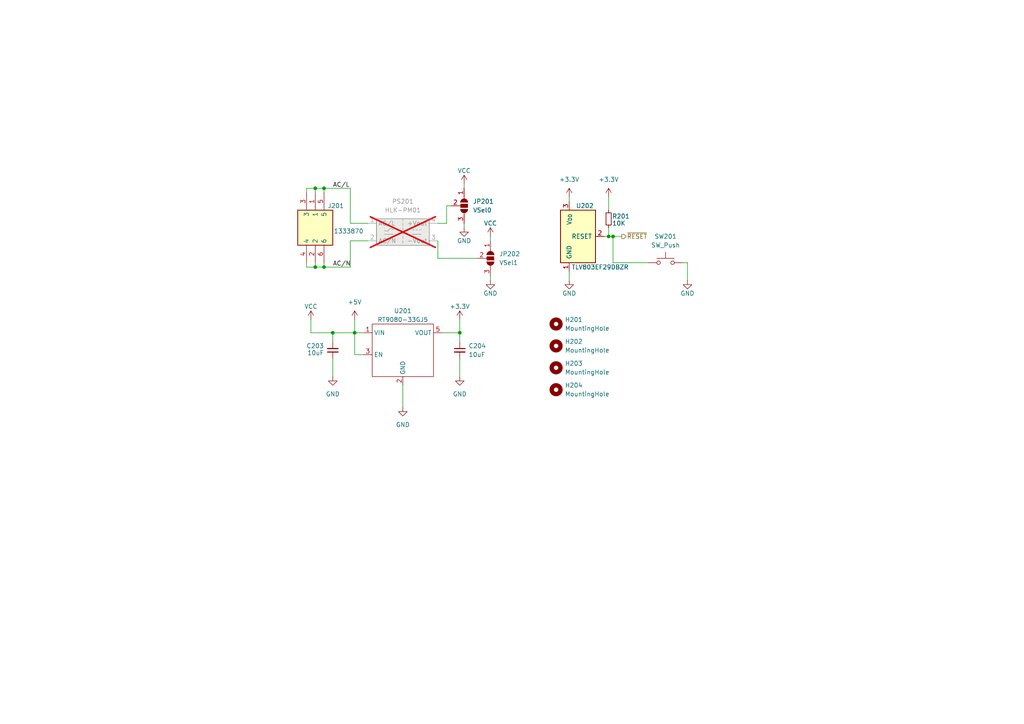
<source format=kicad_sch>
(kicad_sch (version 20231120) (generator "eeschema") (generator_version "8.0")
  (paper "A4")
  (lib_symbols
    (symbol "1333870:1333870"
      (property "Reference" "J" (at 16.51 7.62 0))
      (property "Value" "1333870" (at 16.51 5.08 0))
      (symbol "1333870_1_1"
        (rectangle (start 5.08 2.54) (end 15.24 -7.62) (stroke (width 0.254)) (fill (type background)))
        (pin passive line (at 20.32 -2.54 180) (length 5.08) (name "1") (number "1"))
        (pin passive line (at 0 -2.54 0) (length 5.08) (name "2") (number "2"))
        (pin passive line (at 20.32 0 180) (length 5.08) (name "3") (number "3"))
        (pin passive line (at 0 0 0) (length 5.08) (name "4") (number "4"))
        (pin passive line (at 20.32 -5.08 180) (length 5.08) (name "5") (number "5"))
        (pin passive line (at 0 -5.08 0) (length 5.08) (name "6") (number "6"))
      )
    )
    (symbol "Converter_ACDC:HLK-PM01"
      (property "Reference" "PS" (at 0 5.08 0))
      (property "Value" "HLK-PM01" (at 0 -5.08 0))
      (symbol "HLK-PM01_0_1"
        (rectangle (start -7.62 3.81) (end 7.62 -3.81) (stroke (width 0.254)) (fill (type background)))
        (arc (start -5.334 0.635) (mid -4.699 0.2495) (end -4.064 0.635))
        (arc (start -2.794 0.635) (mid -3.429 1.0072) (end -4.064 0.635))
        (polyline (pts (xy -5.334 -0.635) (xy -2.794 -0.635)))
        (polyline (pts (xy 0 -2.54) (xy 0 -3.175)))
        (polyline (pts (xy 0 -1.27) (xy 0 -1.905)))
        (polyline (pts (xy 0 0) (xy 0 -0.635)))
        (polyline (pts (xy 0 1.27) (xy 0 0.635)))
        (polyline (pts (xy 0 2.54) (xy 0 1.905)))
        (polyline (pts (xy 0 3.81) (xy 0 3.175)))
        (polyline (pts (xy 2.794 -0.635) (xy 5.334 -0.635)))
        (polyline (pts (xy 2.794 0.635) (xy 3.302 0.635)))
        (polyline (pts (xy 3.81 0.635) (xy 4.318 0.635)))
        (polyline (pts (xy 4.826 0.635) (xy 5.334 0.635)))
      )
      (symbol "HLK-PM01_1_1"
        (pin power_in line (at -10.16 2.54 0) (length 2.54) (name "AC/L") (number "1"))
        (pin power_in line (at -10.16 -2.54 0) (length 2.54) (name "AC/N") (number "2"))
        (pin power_out line (at 10.16 -2.54 180) (length 2.54) (name "-Vout") (number "3"))
        (pin power_out line (at 10.16 2.54 180) (length 2.54) (name "+Vout") (number "4"))
      )
    )
    (symbol "Device:C_Small" (pin_numbers hide) (pin_names (offset 0.254) hide)
      (property "Reference" "C" (at 0.254 1.778 0))
      (property "Value" "C_Small" (at 0.254 -2.032 0))
      (symbol "C_Small_0_1"
        (polyline (pts (xy -1.524 -0.508) (xy 1.524 -0.508)) (stroke (width 0.3302)))
        (polyline (pts (xy -1.524 0.508) (xy 1.524 0.508)) (stroke (width 0.3048)))
      )
      (symbol "C_Small_1_1"
        (pin passive line (at 0 2.54 270) (length 2.032) (name "~") (number "1"))
        (pin passive line (at 0 -2.54 90) (length 2.032) (name "~") (number "2"))
      )
    )
    (symbol "Device:R_Small" (pin_numbers hide) (pin_names (offset 0.254) hide)
      (property "Reference" "R" (at 0.762 0.508 0))
      (property "Value" "R_Small" (at 0.762 -1.016 0))
      (symbol "R_Small_0_1"
        (rectangle (start -0.762 1.778) (end 0.762 -1.778) (stroke (width 0.2032)))
      )
      (symbol "R_Small_1_1"
        (pin passive line (at 0 2.54 270) (length 0.762) (name "~") (number "1"))
        (pin passive line (at 0 -2.54 90) (length 0.762) (name "~") (number "2"))
      )
    )
    (symbol "GND_1" (power) (pin_numbers hide) (pin_names (offset 0) hide)
      (property "Value" "GND" (at 0 -3.81 0))
      (symbol "GND_1_0_1"
        (polyline (pts (xy 0 0) (xy 0 -1.27) (xy 1.27 -1.27) (xy 0 -2.54) (xy -1.27 -1.27) (xy 0 -1.27)))
      )
      (symbol "GND_1_1_1"
        (pin power_in line (at 0 0 270) (length 0) (name "~") (number "1"))
      )
    )
    (symbol "GND_2" (power) (pin_numbers hide) (pin_names (offset 0) hide)
      (property "Value" "GND" (at 0 -3.81 0))
      (symbol "GND_2_0_1"
        (polyline (pts (xy 0 0) (xy 0 -1.27) (xy 1.27 -1.27) (xy 0 -2.54) (xy -1.27 -1.27) (xy 0 -1.27)))
      )
      (symbol "GND_2_1_1"
        (pin power_in line (at 0 0 270) (length 0) (name "~") (number "1"))
      )
    )
    (symbol "Jumper:SolderJumper_3_Open" (pin_names (offset 0) hide)
      (property "Reference" "JP" (at -2.54 -2.54 0))
      (property "Value" "SolderJumper_3_Open" (at 0 2.794 0))
      (symbol "SolderJumper_3_Open_0_1"
        (arc (start -1.016 1.016) (mid -2.0276 0) (end -1.016 -1.016))
        (arc (start -1.016 1.016) (mid -2.0276 0) (end -1.016 -1.016) (fill (type outline)))
        (rectangle (start -0.508 1.016) (end 0.508 -1.016) (fill (type outline)))
        (polyline (pts (xy -2.54 0) (xy -2.032 0)))
        (polyline (pts (xy -1.016 1.016) (xy -1.016 -1.016)))
        (polyline (pts (xy 0 -1.27) (xy 0 -1.016)))
        (polyline (pts (xy 1.016 1.016) (xy 1.016 -1.016)))
        (polyline (pts (xy 2.54 0) (xy 2.032 0)))
        (arc (start 1.016 -1.016) (mid 2.0276 0) (end 1.016 1.016))
        (arc (start 1.016 -1.016) (mid 2.0276 0) (end 1.016 1.016) (fill (type outline)))
      )
      (symbol "SolderJumper_3_Open_1_1"
        (pin passive line (at -5.08 0 0) (length 2.54) (name "A") (number "1"))
        (pin passive line (at 0 -3.81 90) (length 2.54) (name "C") (number "2"))
        (pin passive line (at 5.08 0 180) (length 2.54) (name "B") (number "3"))
      )
    )
    (symbol "Mechanical:MountingHole" (pin_names (offset 1.016))
      (property "Reference" "H" (at 0 5.08 0))
      (property "Value" "MountingHole" (at 0 3.175 0))
      (symbol "MountingHole_0_1"
        (circle (center 0 0) (radius 1.27) (stroke (width 1.27)))
      )
    )
    (symbol "Power_Supervisor:TLV810EA29DBZ" (pin_names (offset 1.016))
      (property "Reference" "U" (at 2.54 10.16 0))
      (property "Value" "TLV810EA29DBZ" (at 10.16 12.7 0))
      (symbol "TLV810EA29DBZ_1_1"
        (rectangle (start -5.08 7.62) (end 5.08 -7.62) (stroke (width 0.254)) (fill (type background)))
        (pin power_in line (at -2.54 -10.16 90) (length 2.54) (name "GND") (number "1"))
        (pin output line (at 7.62 0 180) (length 2.54) (name "RESET") (number "2"))
        (pin power_in line (at -2.54 10.16 270) (length 2.54) (name "V_{DD}") (number "3"))
      )
    )
    (symbol "Switch:SW_Push" (pin_numbers hide) (pin_names (offset 1.016) hide)
      (property "Reference" "SW" (at 1.27 2.54 0))
      (property "Value" "SW_Push" (at 0 -1.524 0))
      (symbol "SW_Push_0_1"
        (circle (center -2.032 0) (radius 0.508))
        (polyline (pts (xy 0 1.27) (xy 0 3.048)))
        (polyline (pts (xy 2.54 1.27) (xy -2.54 1.27)))
        (circle (center 2.032 0) (radius 0.508))
        (pin passive line (at -5.08 0 0) (length 2.54) (name "1") (number "1"))
        (pin passive line (at 5.08 0 180) (length 2.54) (name "2") (number "2"))
      )
    )
    (symbol "custom_power:RT9080"
      (property "Reference" "U" (at 7.112 9.398 0))
      (symbol "RT9080_0_1"
        (rectangle (start -8.89 5.08) (end 8.89 -10.16))
      )
      (symbol "RT9080_1_1"
        (pin input line (at -11.43 2.54 0) (length 2.54) (name "VIN") (number "1"))
        (pin input line (at 0 -12.7 90) (length 2.54) (name "GND") (number "2"))
        (pin input line (at -11.43 -3.81 0) (length 2.54) (name "EN") (number "3"))
        (pin free line (at 11.43 -3.81 180) (length 2.54) hide (name "SNS/NC") (number "4"))
        (pin output line (at 11.43 2.54 180) (length 2.54) (name "VOUT") (number "5"))
      )
    )
    (symbol "power:+3.3V" (power) (pin_names (offset 0))
      (property "Value" "+3.3V" (at 0 3.556 0))
      (symbol "+3.3V_0_1"
        (polyline (pts (xy -0.762 1.27) (xy 0 2.54)))
        (polyline (pts (xy 0 0) (xy 0 2.54)))
        (polyline (pts (xy 0 2.54) (xy 0.762 1.27)))
      )
      (symbol "+3.3V_1_1"
        (pin power_in line (at 0 0 90) (length 0) hide (name "+3.3V") (number "1"))
      )
    )
    (symbol "power:+5V" (power) (pin_names (offset 0))
      (property "Value" "+5V" (at 0 3.556 0))
      (symbol "+5V_0_1"
        (polyline (pts (xy -0.762 1.27) (xy 0 2.54)))
        (polyline (pts (xy 0 0) (xy 0 2.54)))
        (polyline (pts (xy 0 2.54) (xy 0.762 1.27)))
      )
      (symbol "+5V_1_1"
        (pin power_in line (at 0 0 90) (length 0) hide (name "+5V") (number "1"))
      )
    )
    (symbol "power:GND" (power) (pin_names (offset 0))
      (property "Value" "GND" (at 0 -3.81 0))
      (symbol "GND_0_1"
        (polyline (pts (xy 0 0) (xy 0 -1.27) (xy 1.27 -1.27) (xy 0 -2.54) (xy -1.27 -1.27) (xy 0 -1.27)))
      )
      (symbol "GND_1_1"
        (pin power_in line (at 0 0 270) (length 0) hide (name "GND") (number "1"))
      )
    )
    (symbol "power:VCC" (power) (pin_names (offset 0))
      (property "Value" "VCC" (at 0 3.81 0))
      (symbol "VCC_0_1"
        (polyline (pts (xy -0.762 1.27) (xy 0 2.54)))
        (polyline (pts (xy 0 0) (xy 0 2.54)))
        (polyline (pts (xy 0 2.54) (xy 0.762 1.27)))
      )
      (symbol "VCC_1_1"
        (pin power_in line (at 0 0 90) (length 0) hide (name "VCC") (number "1"))
      )
    )
  )
  (junction (at 93.98 77.47))
  (junction (at 177.8 68.58))
  (junction (at 91.44 77.47))
  (junction (at 133.35 96.52))
  (junction (at 96.52 96.52))
  (junction (at 176.53 68.58))
  (junction (at 91.44 54.61))
  (junction (at 102.87 96.52))
  (junction (at 93.98 54.61))
  (wire (pts (xy 88.9 54.61) (xy 88.9 55.88)))
  (wire (pts (xy 101.6 64.77) (xy 101.6 54.61)))
  (wire (pts (xy 93.98 77.47) (xy 91.44 77.47)))
  (wire (pts (xy 133.35 99.06) (xy 133.35 96.52)))
  (wire (pts (xy 91.44 54.61) (xy 88.9 54.61)))
  (wire (pts (xy 90.17 92.71) (xy 90.17 96.52)))
  (wire (pts (xy 91.44 54.61) (xy 91.44 55.88)))
  (wire (pts (xy 133.35 92.71) (xy 133.35 96.52)))
  (wire (pts (xy 165.1 78.74) (xy 165.1 81.28)))
  (wire (pts (xy 91.44 77.47) (xy 88.9 77.47)))
  (wire (pts (xy 142.24 68.58) (xy 142.24 69.85)))
  (wire (pts (xy 199.39 76.2) (xy 199.39 81.28)))
  (wire (pts (xy 177.8 76.2) (xy 177.8 68.58)))
  (wire (pts (xy 96.52 99.06) (xy 96.52 96.52)))
  (wire (pts (xy 102.87 102.87) (xy 102.87 96.52)))
  (wire (pts (xy 96.52 104.14) (xy 96.52 109.22)))
  (wire (pts (xy 142.24 80.01) (xy 142.24 81.28)))
  (wire (pts (xy 165.1 57.15) (xy 165.1 58.42)))
  (wire (pts (xy 134.62 53.34) (xy 134.62 54.61)))
  (wire (pts (xy 101.6 69.85) (xy 101.6 77.47)))
  (wire (pts (xy 133.35 96.52) (xy 128.27 96.52)))
  (wire (pts (xy 127 74.93) (xy 138.43 74.93)))
  (wire (pts (xy 102.87 96.52) (xy 105.41 96.52)))
  (wire (pts (xy 105.41 102.87) (xy 102.87 102.87)))
  (wire (pts (xy 93.98 54.61) (xy 93.98 55.88)))
  (wire (pts (xy 176.53 66.04) (xy 176.53 68.58)))
  (wire (pts (xy 102.87 92.71) (xy 102.87 96.52)))
  (wire (pts (xy 101.6 77.47) (xy 93.98 77.47)))
  (wire (pts (xy 90.17 96.52) (xy 96.52 96.52)))
  (wire (pts (xy 88.9 77.47) (xy 88.9 76.2)))
  (wire (pts (xy 116.84 111.76) (xy 116.84 118.11)))
  (wire (pts (xy 129.54 59.69) (xy 129.54 64.77)))
  (wire (pts (xy 93.98 76.2) (xy 93.98 77.47)))
  (wire (pts (xy 96.52 96.52) (xy 102.87 96.52)))
  (wire (pts (xy 177.8 76.2) (xy 187.96 76.2)))
  (wire (pts (xy 106.68 69.85) (xy 101.6 69.85)))
  (wire (pts (xy 127 74.93) (xy 127 69.85)))
  (wire (pts (xy 176.53 68.58) (xy 177.8 68.58)))
  (wire (pts (xy 129.54 64.77) (xy 127 64.77)))
  (wire (pts (xy 93.98 54.61) (xy 91.44 54.61)))
  (wire (pts (xy 129.54 59.69) (xy 130.81 59.69)))
  (wire (pts (xy 91.44 76.2) (xy 91.44 77.47)))
  (wire (pts (xy 101.6 54.61) (xy 93.98 54.61)))
  (wire (pts (xy 134.62 64.77) (xy 134.62 66.04)))
  (wire (pts (xy 176.53 57.15) (xy 176.53 60.96)))
  (wire (pts (xy 177.8 68.58) (xy 180.34 68.58)))
  (wire (pts (xy 199.39 76.2) (xy 198.12 76.2)))
  (wire (pts (xy 133.35 104.14) (xy 133.35 109.22)))
  (wire (pts (xy 101.6 64.77) (xy 106.68 64.77)))
  (wire (pts (xy 175.26 68.58) (xy 176.53 68.58)))
  (label "AC{slash}N" (at 96.52 77.47 0))
  (label "AC{slash}L" (at 96.52 54.61 0))
  (hierarchical_label "~{RESET}" (shape output) (at 180.34 68.58 0))
  (symbol (lib_id "Power_Supervisor:TLV810EA29DBZ") (at 167.64 68.58 0) (unit 1)
    (property "Reference" "U202" (at 172.212 59.69 0) (effects (justify right)))
    (property "Value" "TLV803EF29DBZR" (at 182.372 77.47 0) (effects (justify right)))
    (property "Footprint" "Package_TO_SOT_SMD:SOT-23" (effects (hide yes)))
    (property "Datasheet" "https://www.ti.com/lit/ds/symlink/tlv803e.pdf" (effects (hide yes)))
    (property "Description" "push-pull, active-high, 200mS reset delay, 2.93V threshold voltage, SOT-23" (effects (hide yes)))
    (property "LCSC" "C2868252" (effects (hide yes)))
  )
  (symbol (lib_id "power:+3.3V") (at 133.35 92.71 0) (unit 1)
    (property "Reference" "#PWR0206" (effects (hide yes)))
    (property "Value" "+3.3V" (at 133.35 88.9 0))
  )
  (symbol (lib_id "power:VCC") (at 134.62 53.34 0) (unit 1)
    (property "Reference" "#PWR0201" (effects (hide yes)))
    (property "Value" "VCC" (at 134.62 49.53 0))
  )
  (symbol (lib_id "power:GND") (at 142.24 81.28 0) (unit 1)
    (property "Reference" "#PWR0204" (effects (hide yes)))
    (property "Value" "GND" (at 142.24 85.09 0))
  )
  (symbol (lib_id "Converter_ACDC:HLK-PM01") (at 116.84 67.31 0) (unit 1) (in_bom no) (dnp yes)
    (property "Reference" "PS201" (at 116.84 58.42 0))
    (property "Value" "HLK-PM01" (at 116.84 60.96 0))
    (property "Footprint" "Converter_ACDC:Converter_ACDC_HiLink_HLK-PMxx" (effects (hide yes)))
    (property "Datasheet" "http://www.hlktech.net/product_detail.php?ProId=54" (effects (hide yes)))
  )
  (symbol (lib_id "Mechanical:MountingHole") (at 161.29 106.68 0) (unit 1)
    (property "Reference" "H203" (at 163.83 105.41 0) (effects (justify left)))
    (property "Value" "MountingHole" (at 163.83 107.95 0) (effects (justify left)))
    (property "Footprint" "MountingHole:MountingHole_3mm" (effects (hide yes)))
  )
  (symbol (lib_id "power:VCC") (at 90.17 92.71 0) (unit 1)
    (property "Reference" "#PWR0205" (effects (hide yes)))
    (property "Value" "VCC" (at 90.17 88.9 0))
  )
  (symbol (lib_id "power:+3.3V") (at 165.1 57.15 0) (unit 1)
    (property "Reference" "#PWR0208" (effects (hide yes)))
    (property "Value" "+3.3V" (at 165.1 52.07 0))
  )
  (symbol (lib_id "Device:C_Small") (at 96.52 101.6 180) (unit 1)
    (property "Reference" "C203" (at 93.98 100.33 0) (effects (justify left)))
    (property "Value" "10uF" (at 93.98 102.362 0) (effects (justify left)))
    (property "Footprint" "Resistor_SMD:R_0603_1608Metric" (effects (hide yes)))
    (property "LCSC" "C19702" (effects (hide yes)))
  )
  (symbol (lib_id "power:+3.3V") (at 176.53 57.15 0) (unit 1)
    (property "Reference" "#PWR0212" (effects (hide yes)))
    (property "Value" "+3.3V" (at 176.53 52.07 0))
  )
  (symbol (lib_id "Mechanical:MountingHole") (at 161.29 100.33 0) (unit 1)
    (property "Reference" "H202" (at 163.83 99.06 0) (effects (justify left)))
    (property "Value" "MountingHole" (at 163.83 101.6 0) (effects (justify left)))
    (property "Footprint" "MountingHole:MountingHole_3mm" (effects (hide yes)))
  )
  (symbol (lib_id "Mechanical:MountingHole") (at 161.29 93.98 0) (unit 1)
    (property "Reference" "H201" (at 163.83 92.71 0) (effects (justify left)))
    (property "Value" "MountingHole" (at 163.83 95.25 0) (effects (justify left)))
    (property "Footprint" "MountingHole:MountingHole_3mm" (effects (hide yes)))
  )
  (symbol (lib_id "power:GND") (at 134.62 66.04 0) (unit 1)
    (property "Reference" "#PWR0202" (effects (hide yes)))
    (property "Value" "GND" (at 134.62 69.85 0))
  )
  (symbol (lib_id "Switch:SW_Push") (at 193.04 76.2 0) (mirror y) (unit 1) (in_bom no)
    (property "Reference" "SW201" (at 193.04 68.58 0))
    (property "Value" "SW_Push" (at 193.04 71.12 0))
    (property "Footprint" "silicone_btn:BUTTON_SILICON" (effects (hide yes)))
  )
  (symbol (lib_id "power:GND") (at 165.1 81.28 0) (unit 1)
    (property "Reference" "#PWR0214" (effects (hide yes)))
    (property "Value" "GND" (at 165.1 85.09 0))
  )
  (symbol (lib_id "Mechanical:MountingHole") (at 161.29 113.03 0) (unit 1)
    (property "Reference" "H204" (at 163.83 111.76 0) (effects (justify left)))
    (property "Value" "MountingHole" (at 163.83 114.3 0) (effects (justify left)))
    (property "Footprint" "MountingHole:MountingHole_3mm" (effects (hide yes)))
  )
  (symbol (lib_id "Device:R_Small") (at 176.53 63.5 180) (unit 1)
    (property "Reference" "R201" (at 177.546 62.738 0) (effects (justify right)))
    (property "Value" "10K" (at 177.546 64.77 0) (effects (justify right)))
    (property "Footprint" "Resistor_SMD:R_0603_1608Metric" (effects (hide yes)))
    (property "LCSC" "C25804" (effects (hide yes)))
  )
  (symbol (lib_name "GND_2") (lib_id "power:GND") (at 133.35 109.22 0) (unit 1)
    (property "Reference" "#PWR0211" (effects (hide yes)))
    (property "Value" "GND" (at 133.35 114.3 0))
    (property "Description" "Power symbol creates a global label with name \"GND\" , ground" (effects (hide yes)))
  )
  (symbol (lib_id "power:VCC") (at 142.24 68.58 0) (unit 1)
    (property "Reference" "#PWR0203" (effects (hide yes)))
    (property "Value" "VCC" (at 142.24 64.77 0))
  )
  (symbol (lib_id "power:+5V") (at 102.87 92.71 0) (unit 1)
    (property "Reference" "#PWR0207" (effects (hide yes)))
    (property "Value" "+5V" (at 102.87 87.63 0))
  )
  (symbol (lib_name "GND_1") (lib_id "power:GND") (at 116.84 118.11 0) (unit 1)
    (property "Reference" "#PWR0209" (effects (hide yes)))
    (property "Value" "GND" (at 116.84 123.19 0))
    (property "Description" "Power symbol creates a global label with name \"GND\" , ground" (effects (hide yes)))
  )
  (symbol (lib_id "Jumper:SolderJumper_3_Open") (at 142.24 74.93 270) (unit 1)
    (property "Reference" "JP202" (at 144.78 73.66 90) (effects (justify left)))
    (property "Value" "VSel1" (at 144.78 76.2 90) (effects (justify left)))
    (property "Footprint" "Jumper:SolderJumper-3_P1.3mm_Open_Pad1.0x1.5mm" (effects (hide yes)))
  )
  (symbol (lib_id "1333870:1333870") (at 88.9 76.2 90) (unit 1)
    (property "Reference" "J201" (at 94.996 59.69 90) (effects (justify right)))
    (property "Value" "1333870" (at 96.774 67.056 90) (effects (justify right)))
    (property "Footprint" "Library:1333870" (effects (hide yes)))
    (property "Datasheet" "https://pxc-crisp-production-platform-cr-s3downloadbucket-1rf23da6xdlmt.s3.eu-west-1.amazonaws.com/7869539?response-content-disposition=inline%3B%20filename%3D%22pxc_1333870_01_00_LPTA-16-2-15-0-ZB_FAM.pdf%22&X-Amz-Algorithm=AWS4-HMAC-SHA256&X-Amz-Date=20" (effects (hide yes)))
    (property "Height" "46.4" (effects (hide yes)))
    (property "Manufacturer_Name" "Phoenix Contact" (effects (hide yes)))
    (property "Manufacturer_Part_Number" "1333870" (effects (hide yes)))
    (property "Mouser Part Number" "651-1333870" (effects (hide yes)))
    (property "Mouser Price/Stock" "https://www.mouser.co.uk/ProductDetail/Phoenix-Contact/1333870?qs=Jm2GQyTW%2FbjkJDjwLE%2FG%2FA%3D%3D" (effects (hide yes)))
    (property "Arrow Part Number" "1333870" (effects (hide yes)))
    (property "Arrow Price/Stock" "https://www.arrow.com/en/products/1333870/phoenix-contact?region=nac" (effects (hide yes)))
  )
  (symbol (lib_id "Jumper:SolderJumper_3_Open") (at 134.62 59.69 270) (unit 1)
    (property "Reference" "JP201" (at 137.16 58.42 90) (effects (justify left)))
    (property "Value" "VSel0" (at 137.16 60.96 90) (effects (justify left)))
    (property "Footprint" "Jumper:SolderJumper-3_P1.3mm_Open_Pad1.0x1.5mm" (effects (hide yes)))
  )
  (symbol (lib_id "power:GND") (at 199.39 81.28 0) (mirror y) (unit 1)
    (property "Reference" "#PWR0213" (effects (hide yes)))
    (property "Value" "GND" (at 199.39 85.09 0))
  )
  (symbol (lib_id "custom_power:RT9080") (at 116.84 99.06 0) (unit 1)
    (property "Reference" "U201" (at 116.84 90.17 0))
    (property "Value" "RT9080-33GJ5" (at 116.84 92.71 0))
    (property "Footprint" "Package_TO_SOT_SMD:TSOT-23-5" (effects (hide yes)))
  )
  (symbol (lib_id "Device:C_Small") (at 133.35 101.6 0) (unit 1)
    (property "Reference" "C204" (at 135.89 100.33 0) (effects (justify left)))
    (property "Value" "10uF" (at 135.89 102.87 0) (effects (justify left)))
    (property "Footprint" "Resistor_SMD:R_0603_1608Metric" (effects (hide yes)))
    (property "LCSC" "C19702" (effects (hide yes)))
  )
  (symbol (lib_name "GND_2") (lib_id "power:GND") (at 96.52 109.22 0) (unit 1)
    (property "Reference" "#PWR0210" (effects (hide yes)))
    (property "Value" "GND" (at 96.52 114.3 0))
    (property "Description" "Power symbol creates a global label with name \"GND\" , ground" (effects (hide yes)))
  )
)
</source>
